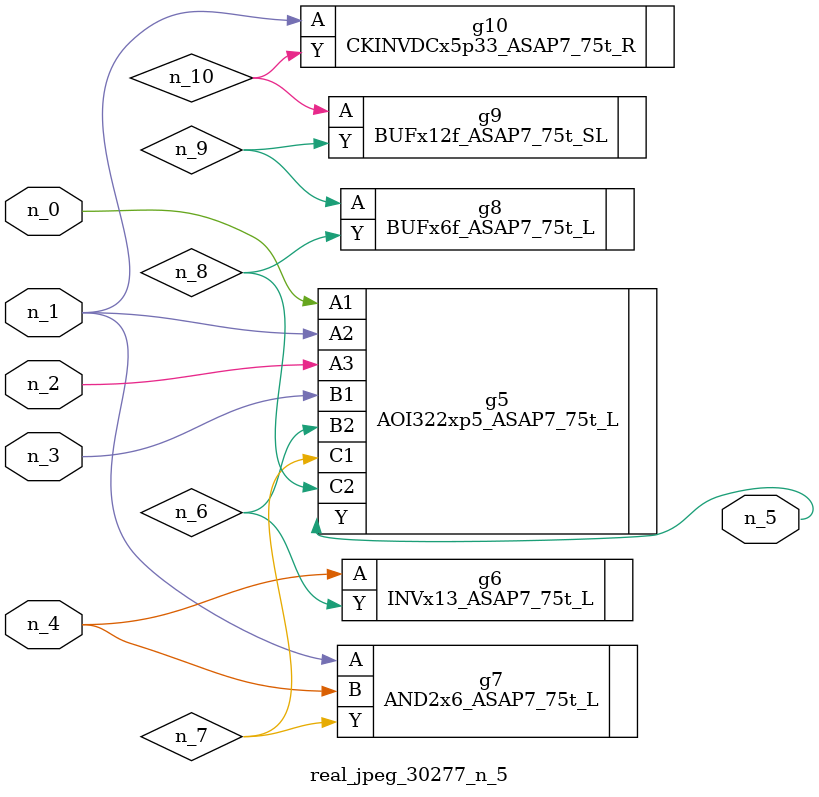
<source format=v>
module real_jpeg_30277_n_5 (n_4, n_0, n_1, n_2, n_3, n_5);

input n_4;
input n_0;
input n_1;
input n_2;
input n_3;

output n_5;

wire n_8;
wire n_6;
wire n_7;
wire n_10;
wire n_9;

AOI322xp5_ASAP7_75t_L g5 ( 
.A1(n_0),
.A2(n_1),
.A3(n_2),
.B1(n_3),
.B2(n_6),
.C1(n_7),
.C2(n_8),
.Y(n_5)
);

AND2x6_ASAP7_75t_L g7 ( 
.A(n_1),
.B(n_4),
.Y(n_7)
);

CKINVDCx5p33_ASAP7_75t_R g10 ( 
.A(n_1),
.Y(n_10)
);

INVx13_ASAP7_75t_L g6 ( 
.A(n_4),
.Y(n_6)
);

BUFx6f_ASAP7_75t_L g8 ( 
.A(n_9),
.Y(n_8)
);

BUFx12f_ASAP7_75t_SL g9 ( 
.A(n_10),
.Y(n_9)
);


endmodule
</source>
